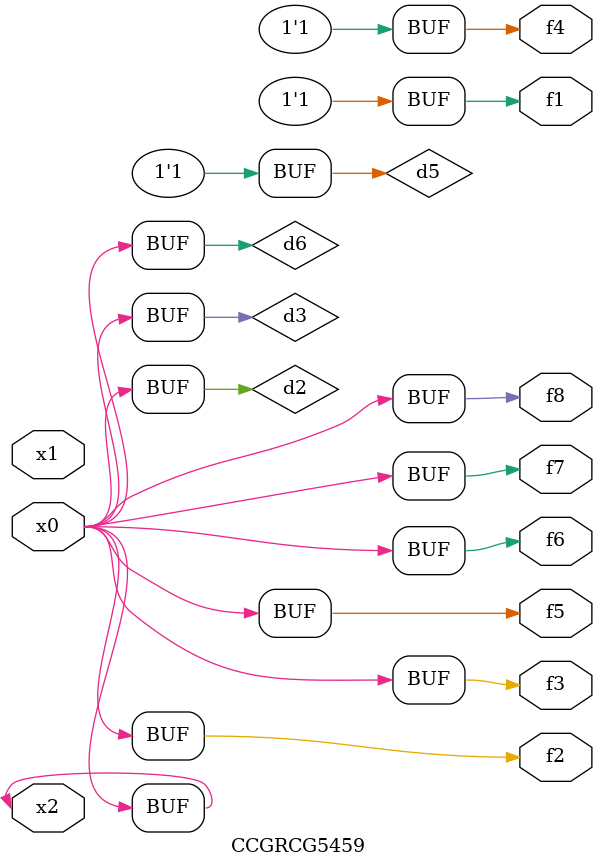
<source format=v>
module CCGRCG5459(
	input x0, x1, x2,
	output f1, f2, f3, f4, f5, f6, f7, f8
);

	wire d1, d2, d3, d4, d5, d6;

	xnor (d1, x2);
	buf (d2, x0, x2);
	and (d3, x0);
	xnor (d4, x1, x2);
	nand (d5, d1, d3);
	buf (d6, d2, d3);
	assign f1 = d5;
	assign f2 = d6;
	assign f3 = d6;
	assign f4 = d5;
	assign f5 = d6;
	assign f6 = d6;
	assign f7 = d6;
	assign f8 = d6;
endmodule

</source>
